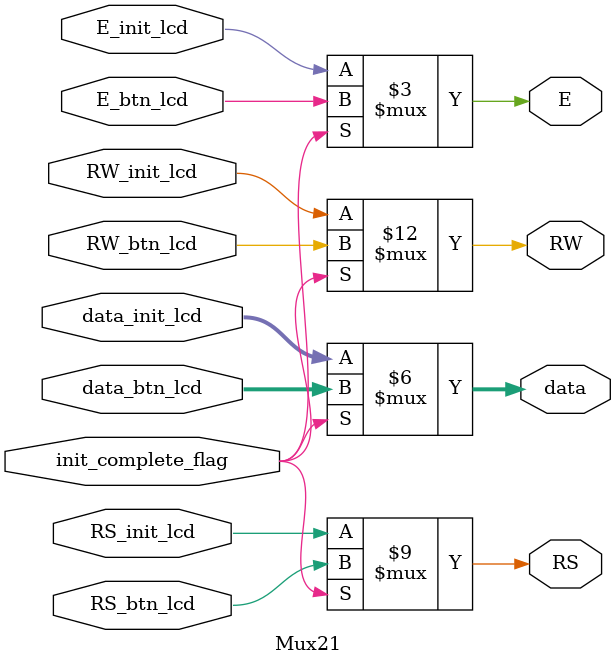
<source format=v>
`timescale 1ns / 1ps
module Mux21( input init_complete_flag,
				  input RW_init_lcd,
				  input RS_init_lcd,
				  input [7:0] data_init_lcd,
				  input E_init_lcd,
				  input RW_btn_lcd,
				  input RS_btn_lcd,
				  input [7:0] data_btn_lcd,
				  input E_btn_lcd,
				  output reg RW,
				  output reg RS,
				  output reg [7:0]data,
				  output reg E
				  
    );


	always @(*)begin
			if(init_complete_flag) begin
				RW<=RW_btn_lcd;
				RS<=RS_btn_lcd;
				data<=data_btn_lcd;
				E<=E_btn_lcd;
				
				
			end else begin
				RW<=RW_init_lcd;
				RS<=RS_init_lcd;
				data<=data_init_lcd;
				E<=E_init_lcd;	

				
			end
	end
endmodule

</source>
